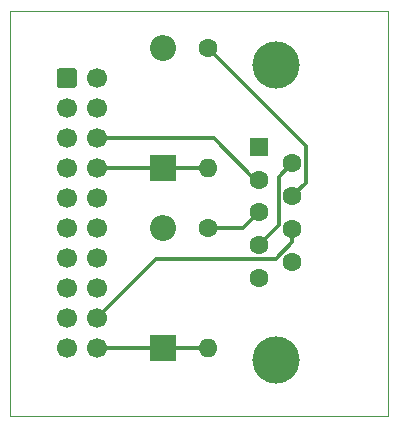
<source format=gbr>
%TF.GenerationSoftware,KiCad,Pcbnew,(5.1.7-0-10_14)*%
%TF.CreationDate,2020-10-13T23:49:25+02:00*%
%TF.ProjectId,UPURS Adapter,55505552-5320-4416-9461-707465722e6b,rev?*%
%TF.SameCoordinates,Original*%
%TF.FileFunction,Copper,L1,Top*%
%TF.FilePolarity,Positive*%
%FSLAX46Y46*%
G04 Gerber Fmt 4.6, Leading zero omitted, Abs format (unit mm)*
G04 Created by KiCad (PCBNEW (5.1.7-0-10_14)) date 2020-10-13 23:49:25*
%MOMM*%
%LPD*%
G01*
G04 APERTURE LIST*
%TA.AperFunction,Profile*%
%ADD10C,0.050000*%
%TD*%
%TA.AperFunction,ComponentPad*%
%ADD11R,2.200000X2.200000*%
%TD*%
%TA.AperFunction,ComponentPad*%
%ADD12O,2.200000X2.200000*%
%TD*%
%TA.AperFunction,ComponentPad*%
%ADD13C,1.700000*%
%TD*%
%TA.AperFunction,ComponentPad*%
%ADD14R,1.600000X1.600000*%
%TD*%
%TA.AperFunction,ComponentPad*%
%ADD15C,1.600000*%
%TD*%
%TA.AperFunction,ComponentPad*%
%ADD16C,4.000000*%
%TD*%
%TA.AperFunction,ComponentPad*%
%ADD17O,1.600000X1.600000*%
%TD*%
%TA.AperFunction,Conductor*%
%ADD18C,0.300000*%
%TD*%
G04 APERTURE END LIST*
D10*
X46736000Y-79375000D02*
X46736000Y-45085000D01*
X78740000Y-79375000D02*
X46736000Y-79375000D01*
X78740000Y-45085000D02*
X78740000Y-79375000D01*
X46736000Y-45085000D02*
X78740000Y-45085000D01*
D11*
%TO.P,D1,1*%
%TO.N,/RTS*%
X59690000Y-58420000D03*
D12*
%TO.P,D1,2*%
%TO.N,GND*%
X59690000Y-48260000D03*
%TD*%
%TO.P,D2,2*%
%TO.N,GND*%
X59690000Y-63500000D03*
D11*
%TO.P,D2,1*%
%TO.N,/TxD*%
X59690000Y-73660000D03*
%TD*%
%TO.P,J1,1*%
%TO.N,N/C*%
%TA.AperFunction,ComponentPad*%
G36*
G01*
X50712000Y-51400000D02*
X50712000Y-50200000D01*
G75*
G02*
X50962000Y-49950000I250000J0D01*
G01*
X52162000Y-49950000D01*
G75*
G02*
X52412000Y-50200000I0J-250000D01*
G01*
X52412000Y-51400000D01*
G75*
G02*
X52162000Y-51650000I-250000J0D01*
G01*
X50962000Y-51650000D01*
G75*
G02*
X50712000Y-51400000I0J250000D01*
G01*
G37*
%TD.AperFunction*%
D13*
%TO.P,J1,3*%
X51562000Y-53340000D03*
%TO.P,J1,5*%
%TO.N,GND*%
X51562000Y-55880000D03*
%TO.P,J1,7*%
X51562000Y-58420000D03*
%TO.P,J1,9*%
X51562000Y-60960000D03*
%TO.P,J1,11*%
X51562000Y-63500000D03*
%TO.P,J1,13*%
X51562000Y-66040000D03*
%TO.P,J1,15*%
X51562000Y-68580000D03*
%TO.P,J1,17*%
X51562000Y-71120000D03*
%TO.P,J1,19*%
X51562000Y-73660000D03*
%TO.P,J1,2*%
%TO.N,N/C*%
X54102000Y-50800000D03*
%TO.P,J1,4*%
X54102000Y-53340000D03*
%TO.P,J1,6*%
%TO.N,/RxD*%
X54102000Y-55880000D03*
%TO.P,J1,8*%
%TO.N,/RTS*%
X54102000Y-58420000D03*
%TO.P,J1,10*%
%TO.N,N/C*%
X54102000Y-60960000D03*
%TO.P,J1,12*%
X54102000Y-63500000D03*
%TO.P,J1,14*%
X54102000Y-66040000D03*
%TO.P,J1,16*%
X54102000Y-68580000D03*
%TO.P,J1,18*%
%TO.N,/CTS*%
X54102000Y-71120000D03*
%TO.P,J1,20*%
%TO.N,/TxD*%
X54102000Y-73660000D03*
%TD*%
D14*
%TO.P,J2,1*%
%TO.N,N/C*%
X67818000Y-56642000D03*
D15*
%TO.P,J2,2*%
%TO.N,/RxD*%
X67818000Y-59412000D03*
%TO.P,J2,3*%
%TO.N,/TxD-PC*%
X67818000Y-62182000D03*
%TO.P,J2,4*%
%TO.N,Net-(J2-Pad4)*%
X67818000Y-64952000D03*
%TO.P,J2,5*%
%TO.N,GND*%
X67818000Y-67722000D03*
%TO.P,J2,6*%
%TO.N,Net-(J2-Pad4)*%
X70658000Y-58027000D03*
%TO.P,J2,7*%
%TO.N,/RTS-PC*%
X70658000Y-60797000D03*
%TO.P,J2,8*%
%TO.N,/CTS*%
X70658000Y-63567000D03*
%TO.P,J2,9*%
%TO.N,N/C*%
X70658000Y-66337000D03*
D16*
%TO.P,J2,0*%
%TO.N,Net-(J2-Pad0)*%
X69238000Y-74682000D03*
X69238000Y-49682000D03*
%TD*%
D17*
%TO.P,R1,2*%
%TO.N,/RTS*%
X63500000Y-58420000D03*
D15*
%TO.P,R1,1*%
%TO.N,/RTS-PC*%
X63500000Y-48260000D03*
%TD*%
%TO.P,R2,1*%
%TO.N,/TxD-PC*%
X63500000Y-63500000D03*
D17*
%TO.P,R2,2*%
%TO.N,/TxD*%
X63500000Y-73660000D03*
%TD*%
D18*
%TO.N,/RTS*%
X54102000Y-58420000D02*
X59690000Y-58420000D01*
X59690000Y-58420000D02*
X63500000Y-58420000D01*
%TO.N,/TxD*%
X54102000Y-73660000D02*
X59690000Y-73660000D01*
X59690000Y-73660000D02*
X63500000Y-73660000D01*
%TO.N,/RxD*%
X54102000Y-55880000D02*
X64008000Y-55880000D01*
X67540000Y-59412000D02*
X67818000Y-59412000D01*
X64008000Y-55880000D02*
X67540000Y-59412000D01*
%TO.N,/CTS*%
X69254369Y-66102001D02*
X70658000Y-64698370D01*
X59119999Y-66102001D02*
X69254369Y-66102001D01*
X70658000Y-64698370D02*
X70658000Y-63567000D01*
X54102000Y-71120000D02*
X59119999Y-66102001D01*
%TO.N,Net-(J2-Pad4)*%
X69507999Y-63262001D02*
X67818000Y-64952000D01*
X69507999Y-59177001D02*
X69507999Y-63262001D01*
X70658000Y-58027000D02*
X69507999Y-59177001D01*
%TO.N,/TxD-PC*%
X66500000Y-63500000D02*
X67818000Y-62182000D01*
X63500000Y-63500000D02*
X66500000Y-63500000D01*
%TO.N,/RTS-PC*%
X71808001Y-59646999D02*
X70658000Y-60797000D01*
X71808001Y-56568001D02*
X71808001Y-59646999D01*
X63500000Y-48260000D02*
X71808001Y-56568001D01*
%TD*%
M02*

</source>
